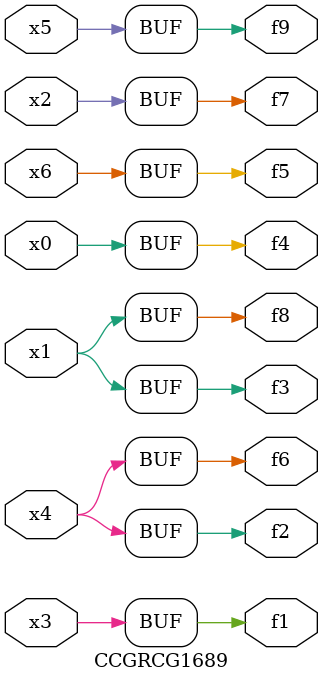
<source format=v>
module CCGRCG1689(
	input x0, x1, x2, x3, x4, x5, x6,
	output f1, f2, f3, f4, f5, f6, f7, f8, f9
);
	assign f1 = x3;
	assign f2 = x4;
	assign f3 = x1;
	assign f4 = x0;
	assign f5 = x6;
	assign f6 = x4;
	assign f7 = x2;
	assign f8 = x1;
	assign f9 = x5;
endmodule

</source>
